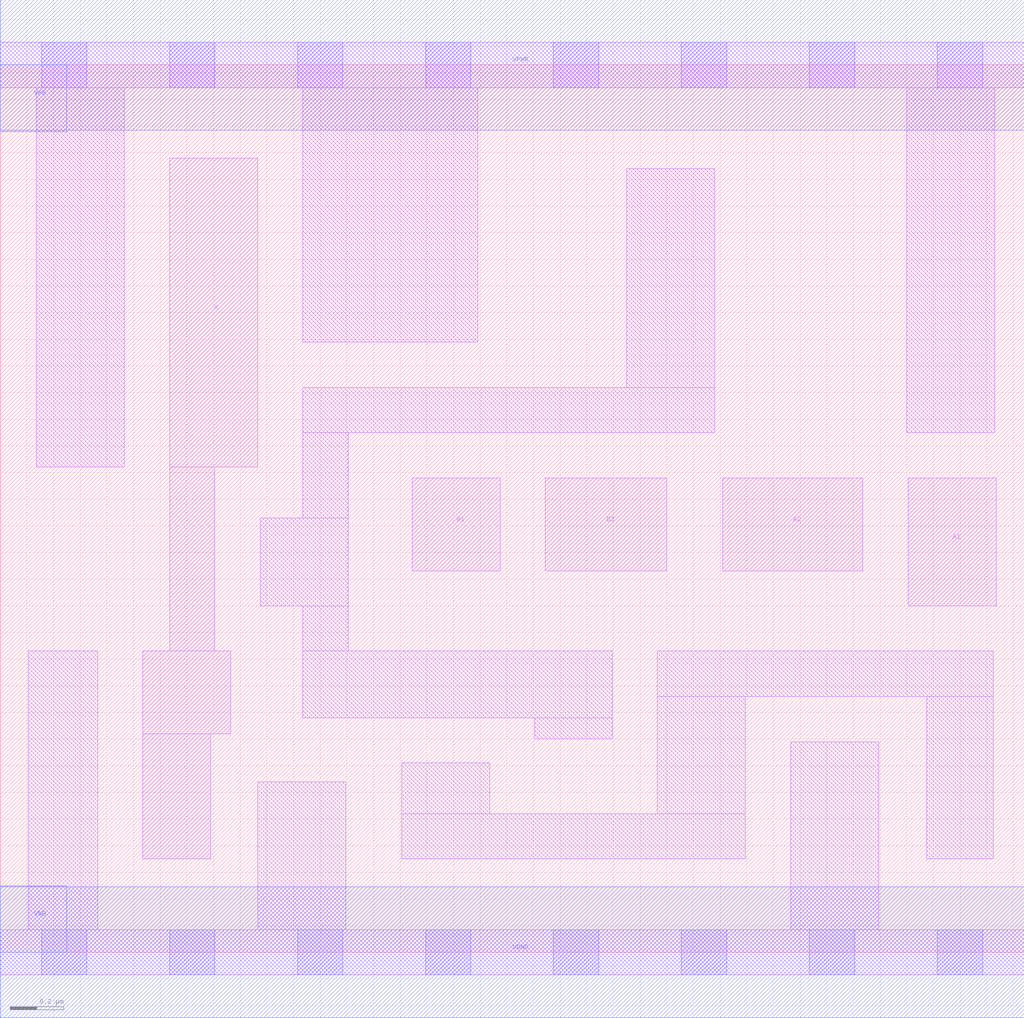
<source format=lef>
# Copyright 2020 The SkyWater PDK Authors
#
# Licensed under the Apache License, Version 2.0 (the "License");
# you may not use this file except in compliance with the License.
# You may obtain a copy of the License at
#
#     https://www.apache.org/licenses/LICENSE-2.0
#
# Unless required by applicable law or agreed to in writing, software
# distributed under the License is distributed on an "AS IS" BASIS,
# WITHOUT WARRANTIES OR CONDITIONS OF ANY KIND, either express or implied.
# See the License for the specific language governing permissions and
# limitations under the License.
#
# SPDX-License-Identifier: Apache-2.0

VERSION 5.5 ;
NAMESCASESENSITIVE ON ;
BUSBITCHARS "[]" ;
DIVIDERCHAR "/" ;
MACRO sky130_fd_sc_ms__o22a_2
  CLASS CORE ;
  SOURCE USER ;
  ORIGIN  0.000000  0.000000 ;
  SIZE  3.840000 BY  3.330000 ;
  SYMMETRY X Y ;
  SITE unit ;
  PIN A1
    ANTENNAGATEAREA  0.261000 ;
    DIRECTION INPUT ;
    USE SIGNAL ;
    PORT
      LAYER li1 ;
        RECT 3.405000 1.300000 3.735000 1.780000 ;
    END
  END A1
  PIN A2
    ANTENNAGATEAREA  0.261000 ;
    DIRECTION INPUT ;
    USE SIGNAL ;
    PORT
      LAYER li1 ;
        RECT 2.710000 1.430000 3.235000 1.780000 ;
    END
  END A2
  PIN B1
    ANTENNAGATEAREA  0.261000 ;
    DIRECTION INPUT ;
    USE SIGNAL ;
    PORT
      LAYER li1 ;
        RECT 1.545000 1.430000 1.875000 1.780000 ;
    END
  END B1
  PIN B2
    ANTENNAGATEAREA  0.261000 ;
    DIRECTION INPUT ;
    USE SIGNAL ;
    PORT
      LAYER li1 ;
        RECT 2.045000 1.430000 2.500000 1.780000 ;
    END
  END B2
  PIN X
    ANTENNADIFFAREA  0.543200 ;
    DIRECTION OUTPUT ;
    USE SIGNAL ;
    PORT
      LAYER li1 ;
        RECT 0.535000 0.350000 0.790000 0.820000 ;
        RECT 0.535000 0.820000 0.865000 1.130000 ;
        RECT 0.635000 1.130000 0.805000 1.820000 ;
        RECT 0.635000 1.820000 0.965000 2.980000 ;
    END
  END X
  PIN VGND
    DIRECTION INOUT ;
    USE GROUND ;
    PORT
      LAYER met1 ;
        RECT 0.000000 -0.245000 3.840000 0.245000 ;
    END
  END VGND
  PIN VNB
    DIRECTION INOUT ;
    USE GROUND ;
    PORT
    END
  END VNB
  PIN VPB
    DIRECTION INOUT ;
    USE POWER ;
    PORT
    END
  END VPB
  PIN VNB
    DIRECTION INOUT ;
    USE GROUND ;
    PORT
      LAYER met1 ;
        RECT 0.000000 0.000000 0.250000 0.250000 ;
    END
  END VNB
  PIN VPB
    DIRECTION INOUT ;
    USE POWER ;
    PORT
      LAYER met1 ;
        RECT 0.000000 3.080000 0.250000 3.330000 ;
    END
  END VPB
  PIN VPWR
    DIRECTION INOUT ;
    USE POWER ;
    PORT
      LAYER met1 ;
        RECT 0.000000 3.085000 3.840000 3.575000 ;
    END
  END VPWR
  OBS
    LAYER li1 ;
      RECT 0.000000 -0.085000 3.840000 0.085000 ;
      RECT 0.000000  3.245000 3.840000 3.415000 ;
      RECT 0.105000  0.085000 0.365000 1.130000 ;
      RECT 0.135000  1.820000 0.465000 3.245000 ;
      RECT 0.965000  0.085000 1.295000 0.640000 ;
      RECT 0.975000  1.300000 1.305000 1.630000 ;
      RECT 1.135000  0.880000 2.295000 1.130000 ;
      RECT 1.135000  1.130000 1.305000 1.300000 ;
      RECT 1.135000  1.630000 1.305000 1.950000 ;
      RECT 1.135000  1.950000 2.680000 2.120000 ;
      RECT 1.135000  2.290000 1.790000 3.245000 ;
      RECT 1.505000  0.350000 2.795000 0.520000 ;
      RECT 1.505000  0.520000 1.835000 0.710000 ;
      RECT 2.005000  0.800000 2.295000 0.880000 ;
      RECT 2.350000  2.120000 2.680000 2.940000 ;
      RECT 2.465000  0.520000 2.795000 0.960000 ;
      RECT 2.465000  0.960000 3.725000 1.130000 ;
      RECT 2.965000  0.085000 3.295000 0.790000 ;
      RECT 3.400000  1.950000 3.730000 3.245000 ;
      RECT 3.475000  0.350000 3.725000 0.960000 ;
    LAYER mcon ;
      RECT 0.155000 -0.085000 0.325000 0.085000 ;
      RECT 0.155000  3.245000 0.325000 3.415000 ;
      RECT 0.635000 -0.085000 0.805000 0.085000 ;
      RECT 0.635000  3.245000 0.805000 3.415000 ;
      RECT 1.115000 -0.085000 1.285000 0.085000 ;
      RECT 1.115000  3.245000 1.285000 3.415000 ;
      RECT 1.595000 -0.085000 1.765000 0.085000 ;
      RECT 1.595000  3.245000 1.765000 3.415000 ;
      RECT 2.075000 -0.085000 2.245000 0.085000 ;
      RECT 2.075000  3.245000 2.245000 3.415000 ;
      RECT 2.555000 -0.085000 2.725000 0.085000 ;
      RECT 2.555000  3.245000 2.725000 3.415000 ;
      RECT 3.035000 -0.085000 3.205000 0.085000 ;
      RECT 3.035000  3.245000 3.205000 3.415000 ;
      RECT 3.515000 -0.085000 3.685000 0.085000 ;
      RECT 3.515000  3.245000 3.685000 3.415000 ;
  END
END sky130_fd_sc_ms__o22a_2
END LIBRARY

</source>
